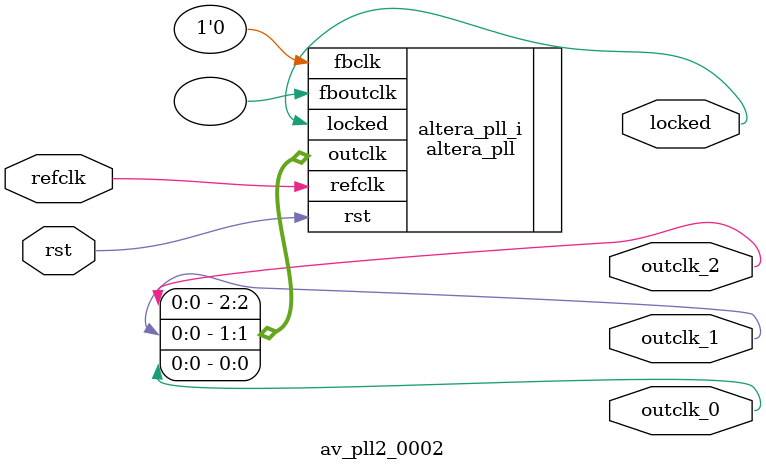
<source format=v>
`timescale 1ns/10ps
module  av_pll2_0002(

	// interface 'refclk'
	input wire refclk,

	// interface 'reset'
	input wire rst,

	// interface 'outclk0'
	output wire outclk_0,

	// interface 'outclk1'
	output wire outclk_1,

	// interface 'outclk2'
	output wire outclk_2,

	// interface 'locked'
	output wire locked
);

	altera_pll #(
		.fractional_vco_multiplier("false"),
		.reference_clock_frequency("50.0 MHz"),
		.operation_mode("direct"),
		.number_of_clocks(3),
		.output_clock_frequency0("140.000000 MHz"),
		.phase_shift0("0 ps"),
		.duty_cycle0(50),
		.output_clock_frequency1("25.200000 MHz"),
		.phase_shift1("0 ps"),
		.duty_cycle1(50),
		.output_clock_frequency2("18.000000 MHz"),
		.phase_shift2("0 ps"),
		.duty_cycle2(50),
		.output_clock_frequency3("0 MHz"),
		.phase_shift3("0 ps"),
		.duty_cycle3(50),
		.output_clock_frequency4("0 MHz"),
		.phase_shift4("0 ps"),
		.duty_cycle4(50),
		.output_clock_frequency5("0 MHz"),
		.phase_shift5("0 ps"),
		.duty_cycle5(50),
		.output_clock_frequency6("0 MHz"),
		.phase_shift6("0 ps"),
		.duty_cycle6(50),
		.output_clock_frequency7("0 MHz"),
		.phase_shift7("0 ps"),
		.duty_cycle7(50),
		.output_clock_frequency8("0 MHz"),
		.phase_shift8("0 ps"),
		.duty_cycle8(50),
		.output_clock_frequency9("0 MHz"),
		.phase_shift9("0 ps"),
		.duty_cycle9(50),
		.output_clock_frequency10("0 MHz"),
		.phase_shift10("0 ps"),
		.duty_cycle10(50),
		.output_clock_frequency11("0 MHz"),
		.phase_shift11("0 ps"),
		.duty_cycle11(50),
		.output_clock_frequency12("0 MHz"),
		.phase_shift12("0 ps"),
		.duty_cycle12(50),
		.output_clock_frequency13("0 MHz"),
		.phase_shift13("0 ps"),
		.duty_cycle13(50),
		.output_clock_frequency14("0 MHz"),
		.phase_shift14("0 ps"),
		.duty_cycle14(50),
		.output_clock_frequency15("0 MHz"),
		.phase_shift15("0 ps"),
		.duty_cycle15(50),
		.output_clock_frequency16("0 MHz"),
		.phase_shift16("0 ps"),
		.duty_cycle16(50),
		.output_clock_frequency17("0 MHz"),
		.phase_shift17("0 ps"),
		.duty_cycle17(50),
		.pll_type("General"),
		.pll_subtype("General")
	) altera_pll_i (
		.rst	(rst),
		.outclk	({outclk_2, outclk_1, outclk_0}),
		.locked	(locked),
		.fboutclk	( ),
		.fbclk	(1'b0),
		.refclk	(refclk)
	);
endmodule


</source>
